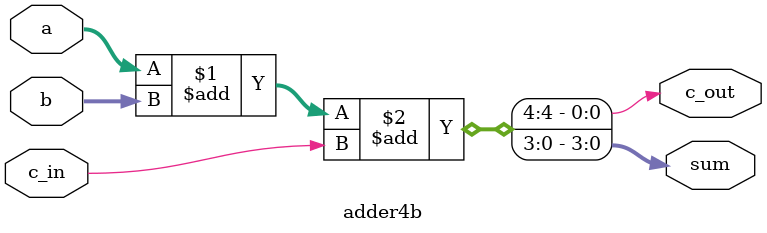
<source format=v>
`timescale 1ns / 1ps


module adder4b (sum, c_out, a, b, c_in);
input [3:0] a, b;
input c_in;
output [3:0] sum;
output c_out;
assign {c_out, sum} = a + b + c_in;
endmodule
</source>
